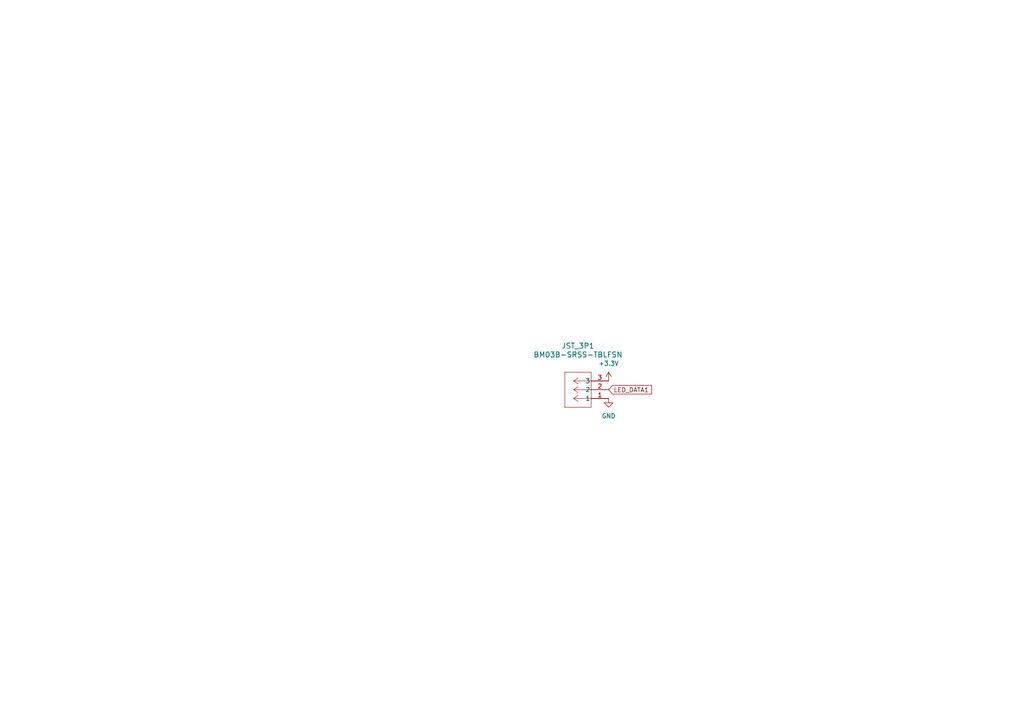
<source format=kicad_sch>
(kicad_sch (version 20231120) (generator "eeschema") (generator_version "8.0")
  (paper "A4")
  (title_block (title "LEDs") (date "2024-10-21") (rev "2") (company "FlexGlO"))
  (lib_symbols
    (symbol "2024-10-20_02-14-52:BM03B-SRSS-TBLFSN" (pin_names (offset 0.254))
      (property "Reference" "J" (at 8.89 6.35 0))
      (property "Value" "BM03B-SRSS-TBLFSN" (at 0 0 0))
      (symbol "BM03B-SRSS-TBLFSN_1_1"
        (polyline (pts (xy 5.08 -7.62) (xy 12.7 -7.62)) (stroke (width 0.127)))
        (polyline (pts (xy 5.08 2.54) (xy 5.08 -7.62)) (stroke (width 0.127)))
        (polyline (pts (xy 10.16 -5.08) (xy 5.08 -5.08)) (stroke (width 0.127)))
        (polyline (pts (xy 10.16 -5.08) (xy 8.89 -5.9267)) (stroke (width 0.127)))
        (polyline (pts (xy 10.16 -5.08) (xy 8.89 -4.2333)) (stroke (width 0.127)))
        (polyline (pts (xy 10.16 -2.54) (xy 5.08 -2.54)) (stroke (width 0.127)))
        (polyline (pts (xy 10.16 -2.54) (xy 8.89 -3.3867)) (stroke (width 0.127)))
        (polyline (pts (xy 10.16 -2.54) (xy 8.89 -1.6933)) (stroke (width 0.127)))
        (polyline (pts (xy 10.16 0) (xy 5.08 0)) (stroke (width 0.127)))
        (polyline (pts (xy 10.16 0) (xy 8.89 -0.8467)) (stroke (width 0.127)))
        (polyline (pts (xy 10.16 0) (xy 8.89 0.8467)) (stroke (width 0.127)))
        (polyline (pts (xy 12.7 -7.62) (xy 12.7 2.54)) (stroke (width 0.127)))
        (polyline (pts (xy 12.7 2.54) (xy 5.08 2.54)) (stroke (width 0.127)))
        (pin unspecified line (at 0 0 0) (length 5.08) (name "1") (number "1"))
        (pin unspecified line (at 0 -2.54 0) (length 5.08) (name "2") (number "2"))
        (pin unspecified line (at 0 -5.08 0) (length 5.08) (name "3") (number "3"))
      )
      (symbol "BM03B-SRSS-TBLFSN_1_2"
        (polyline (pts (xy 5.08 -7.62) (xy 12.7 -7.62)) (stroke (width 0.127)))
        (polyline (pts (xy 5.08 2.54) (xy 5.08 -7.62)) (stroke (width 0.127)))
        (polyline (pts (xy 7.62 -5.08) (xy 5.08 -5.08)) (stroke (width 0.127)))
        (polyline (pts (xy 7.62 -5.08) (xy 8.89 -5.9267)) (stroke (width 0.127)))
        (polyline (pts (xy 7.62 -5.08) (xy 8.89 -4.2333)) (stroke (width 0.127)))
        (polyline (pts (xy 7.62 -2.54) (xy 5.08 -2.54)) (stroke (width 0.127)))
        (polyline (pts (xy 7.62 -2.54) (xy 8.89 -3.3867)) (stroke (width 0.127)))
        (polyline (pts (xy 7.62 -2.54) (xy 8.89 -1.6933)) (stroke (width 0.127)))
        (polyline (pts (xy 7.62 0) (xy 5.08 0)) (stroke (width 0.127)))
        (polyline (pts (xy 7.62 0) (xy 8.89 -0.8467)) (stroke (width 0.127)))
        (polyline (pts (xy 7.62 0) (xy 8.89 0.8467)) (stroke (width 0.127)))
        (polyline (pts (xy 12.7 -7.62) (xy 12.7 2.54)) (stroke (width 0.127)))
        (polyline (pts (xy 12.7 2.54) (xy 5.08 2.54)) (stroke (width 0.127)))
        (pin unspecified line (at 0 0 0) (length 5.08) (name "1") (number "1"))
        (pin unspecified line (at 0 -2.54 0) (length 5.08) (name "2") (number "2"))
        (pin unspecified line (at 0 -5.08 0) (length 5.08) (name "3") (number "3"))
      )
    )
    (symbol "power:+3.3V" (power) (pin_names (offset 0))
      (property "Value" "+3.3V" (at 0 3.556 0))
      (symbol "+3.3V_0_1"
        (polyline (pts (xy -0.762 1.27) (xy 0 2.54)))
        (polyline (pts (xy 0 0) (xy 0 2.54)))
        (polyline (pts (xy 0 2.54) (xy 0.762 1.27)))
      )
      (symbol "+3.3V_1_1"
        (pin power_in line (at 0 0 90) (length 0) hide (name "+3.3V") (number "1"))
      )
    )
    (symbol "power:GND" (power) (pin_names (offset 0))
      (property "Value" "GND" (at 0 -3.81 0))
      (symbol "GND_0_1"
        (polyline (pts (xy 0 0) (xy 0 -1.27) (xy 1.27 -1.27) (xy 0 -2.54) (xy -1.27 -1.27) (xy 0 -1.27)))
      )
      (symbol "GND_1_1"
        (pin power_in line (at 0 0 270) (length 0) hide (name "GND") (number "1"))
      )
    )
  )
  (global_label "LED_DATA1" (shape input) (at 176.53 113.03 0) (property "Intersheetrefs" "${INTERSHEET_REFS}" (effects (hide yes))))
  (symbol (lib_id "power:GND") (at 176.53 115.57 0) (unit 1)
    (property "Reference" "#PWR032" (effects (hide yes)))
    (property "Value" "GND" (at 176.53 120.65 0))
  )
  (symbol (lib_id "2024-10-20_02-14-52:BM03B-SRSS-TBLFSN") (at 176.53 115.57 180) (unit 1)
    (property "Reference" "JST_3P1" (at 167.64 100.33 0) (effects (font (size 1.524 1.524))))
    (property "Value" "BM03B-SRSS-TBLFSN" (at 167.64 102.87 0) (effects (font (size 1.524 1.524))))
    (property "Footprint" "Footprints:CONN_BM03B-SRSS-TBLFSN_JST" (effects (hide yes)))
    (property "Datasheet" "BM03B-SRSS-TBLFSN" (effects (hide yes)))
  )
  (symbol (lib_id "power:+3.3V") (at 176.53 110.49 0) (unit 1)
    (property "Reference" "#PWR031" (effects (hide yes)))
    (property "Value" "+3.3V" (at 176.53 105.41 0))
  )
)
</source>
